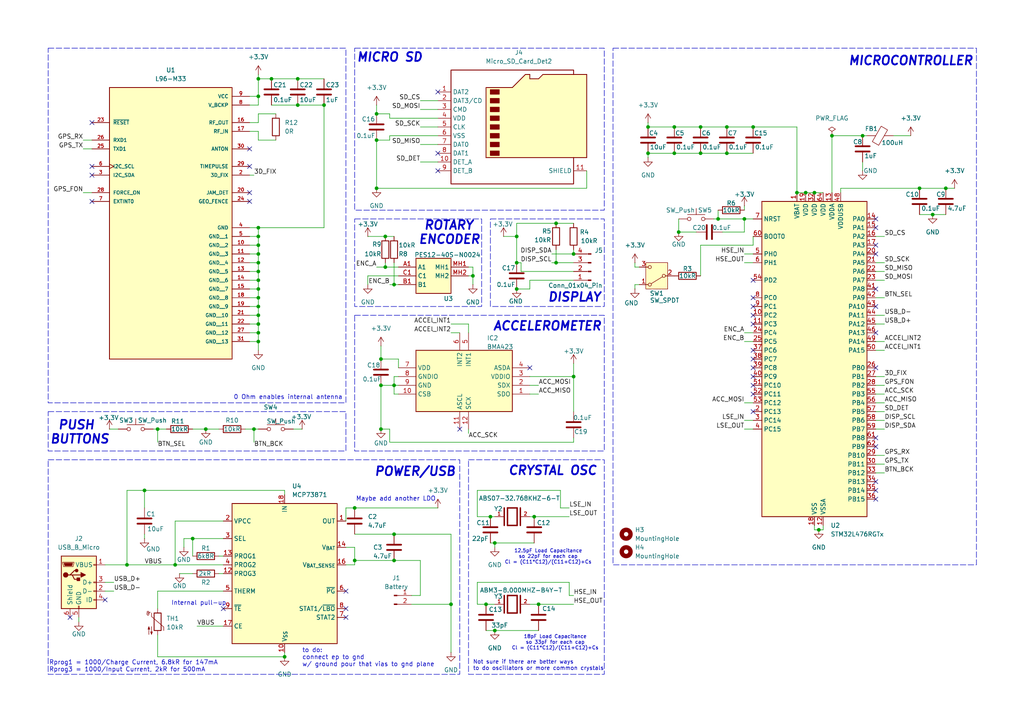
<source format=kicad_sch>
(kicad_sch (version 20250114) (generator "eeschema") (generator_version "9.0")
  (paper "A4")
  (rectangle (start 177.8 13.97) (end 283.21 163.83) (stroke (width 0) (type dash)))
  (rectangle (start 102.87 63.5) (end 139.7 88.9) (stroke (width 0) (type dash)))
  (rectangle (start 102.87 91.44) (end 175.26 130.81) (stroke (width 0) (type dash)))
  (rectangle (start 142.24 63.5) (end 175.26 88.9) (stroke (width 0) (type dash)))
  (rectangle (start 13.97 13.97) (end 100.33 116.84) (stroke (width 0) (type dash)))
  (rectangle (start 13.97 119.38) (end 100.33 130.81) (stroke (width 0) (type dash)))
  (rectangle (start 13.97 133.35) (end 133.35 195.58) (stroke (width 0) (type dash)))
  (rectangle (start 135.89 133.35) (end 175.26 195.58) (stroke (width 0) (type dash)))
  (rectangle (start 102.87 13.97) (end 175.26 60.96) (stroke (width 0) (type dash)))
  (text "MICRO SD" (at 113.03 16.764 0) (effects (font (size 2.54 2.54) (thickness 0.508) (bold yes) (italic yes))))
  (text "18pF Load Capacitance\nso 33pF for each cap\nCl = (C11*C12)/(C11+C12)+Cs" (at 161.036 186.436 0) (effects (font (size 1.016 1.016))))
  (text "ROTARY \nENCODER" (at 139.446 67.564 0) (effects (font (size 2.54 2.54) (thickness 0.508) (bold yes) (italic yes)) (justify right)))
  (text "CRYSTAL OSC" (at 160.274 136.652 0) (effects (font (size 2.54 2.54) (thickness 0.508) (bold yes) (italic yes))))
  (text "0 Ohm enables internal antenna" (at 83.566 115.316 0) (effects (font (size 1.27 1.27))))
  (text "POWER/USB\n" (at 120.396 136.906 0) (effects (font (size 2.54 2.54) (thickness 0.508) (bold yes) (italic yes))))
  (text "12.5pF Load Capacitance\nso 22pF for each cap\nCl = (C11*C12)/(C11+C12)+Cs" (at 159.004 161.544 0) (effects (font (size 1.016 1.016))))
  (text "DISPLAY" (at 166.624 86.36 0) (effects (font (size 2.54 2.54) (thickness 0.508) (bold yes) (italic yes))))
  (text "Internal pull-up" (at 57.658 175.006 0) (effects (font (size 1.27 1.27))))
  (text "Rprog1 = 1000/Charge Current, 6.8kR for 147mA\nRprog3 = 1000/Input Current, 2kR for 500mA" (at 14.224 193.294 0) (effects (font (size 1.27 1.27)) (justify left)))
  (text "PUSH \nBUTTONS" (at 23.114 125.476 0) (effects (font (size 2.54 2.54) (thickness 0.508) (bold yes) (italic yes))))
  (text "MICROCONTROLLER" (at 264.16 17.78 0) (effects (font (size 2.54 2.54) (thickness 0.508) (bold yes) (italic yes))))
  (text "to do:\nconnect ep to gnd \nw/ ground pour that vias to gnd plane" (at 87.63 193.548 0) (effects (font (size 1.27 1.27)) (justify left bottom)))
  (text "Not sure if there are better ways \nto do oscillators or more common crystals" (at 137.16 193.04 0) (effects (font (size 1.143 1.143)) (justify left)))
  (text "ACCELEROMETER\n" (at 158.75 94.742 0) (effects (font (size 2.54 2.54) (thickness 0.508) (bold yes) (italic yes))))
  (text "Maybe add another LDO" (at 114.808 144.78 0) (effects (font (size 1.27 1.27) (thickness 0.1588))))
  (junction (at 110.49 124.46))
  (junction (at 74.93 68.58))
  (junction (at 142.24 149.86))
  (junction (at 241.3 39.37))
  (junction (at 86.36 30.48))
  (junction (at 93.98 30.48))
  (junction (at 208.28 63.5))
  (junction (at 110.49 104.14))
  (junction (at 73.66 124.46))
  (junction (at 114.3 154.94))
  (junction (at 149.86 83.82))
  (junction (at 74.93 81.28))
  (junction (at 210.82 44.45))
  (junction (at 55.88 156.21))
  (junction (at 82.55 190.5))
  (junction (at 161.29 76.2))
  (junction (at 137.16 80.01))
  (junction (at 166.37 73.66))
  (junction (at 74.93 93.98))
  (junction (at 274.32 54.61))
  (junction (at 203.2 44.45))
  (junction (at 78.74 22.86))
  (junction (at 195.58 44.45))
  (junction (at 210.82 36.83))
  (junction (at 74.93 96.52))
  (junction (at 74.93 91.44))
  (junction (at 74.93 73.66))
  (junction (at 50.8 163.83))
  (junction (at 109.22 33.02))
  (junction (at 41.91 142.24))
  (junction (at 250.19 39.37))
  (junction (at 111.76 77.47))
  (junction (at 140.97 175.26))
  (junction (at 203.2 36.83))
  (junction (at 270.51 62.23))
  (junction (at 74.93 86.36))
  (junction (at 166.37 109.22))
  (junction (at 218.44 36.83))
  (junction (at 236.22 55.88))
  (junction (at 195.58 36.83))
  (junction (at 45.72 124.46))
  (junction (at 74.93 71.12))
  (junction (at 231.14 55.88))
  (junction (at 215.9 63.5))
  (junction (at 154.94 149.86))
  (junction (at 74.93 76.2))
  (junction (at 74.93 66.04))
  (junction (at 74.93 83.82))
  (junction (at 59.69 124.46))
  (junction (at 74.93 22.86))
  (junction (at 187.96 36.83))
  (junction (at 74.93 88.9))
  (junction (at 233.68 55.88))
  (junction (at 109.22 54.61))
  (junction (at 102.87 147.32))
  (junction (at 74.93 99.06))
  (junction (at 86.36 22.86))
  (junction (at 102.87 162.56))
  (junction (at 196.85 67.31))
  (junction (at 149.86 76.2))
  (junction (at 237.49 153.67))
  (junction (at 111.76 68.58))
  (junction (at 187.96 44.45))
  (junction (at 149.86 68.58))
  (junction (at 114.3 162.56))
  (junction (at 130.81 175.26))
  (junction (at 143.51 157.48))
  (junction (at 110.49 111.76))
  (junction (at 109.22 40.64))
  (junction (at 74.93 78.74))
  (junction (at 143.51 182.88))
  (junction (at 114.3 111.76))
  (junction (at 266.7 54.61))
  (junction (at 161.29 64.77))
  (junction (at 36.83 163.83))
  (junction (at 114.3 82.55))
  (junction (at 156.21 175.26))
  (junction (at 74.93 27.94))
  (no_connect (at 218.44 104.14))
  (no_connect (at 218.44 111.76))
  (no_connect (at 133.35 124.46))
  (no_connect (at 254 71.12))
  (no_connect (at 254 66.04))
  (no_connect (at 218.44 91.44))
  (no_connect (at 100.33 176.53))
  (no_connect (at 153.67 106.68))
  (no_connect (at 218.44 109.22))
  (no_connect (at 254 139.7))
  (no_connect (at 218.44 86.36))
  (no_connect (at 26.67 35.56))
  (no_connect (at 100.33 179.07))
  (no_connect (at 72.39 58.42))
  (no_connect (at 218.44 81.28))
  (no_connect (at 218.44 88.9))
  (no_connect (at 72.39 43.18))
  (no_connect (at 218.44 114.3))
  (no_connect (at 26.67 48.26))
  (no_connect (at 20.32 179.07))
  (no_connect (at 254 96.52))
  (no_connect (at 254 127))
  (no_connect (at 254 142.24))
  (no_connect (at 127 44.45))
  (no_connect (at 254 83.82))
  (no_connect (at 218.44 101.6))
  (no_connect (at 254 73.66))
  (no_connect (at 254 144.78))
  (no_connect (at 127 49.53))
  (no_connect (at 254 129.54))
  (no_connect (at 26.67 50.8))
  (no_connect (at 218.44 119.38))
  (no_connect (at 100.33 171.45))
  (no_connect (at 72.39 55.88))
  (no_connect (at 26.67 58.42))
  (no_connect (at 218.44 106.68))
  (no_connect (at 218.44 93.98))
  (no_connect (at 64.77 176.53))
  (no_connect (at 254 106.68))
  (no_connect (at 127 26.67))
  (no_connect (at 72.39 48.26))
  (no_connect (at 254 88.9))
  (no_connect (at 30.48 173.99))
  (no_connect (at 254 63.5))
  (wire (pts (xy 215.9 73.66) (xy 218.44 73.66)))
  (wire (pts (xy 113.03 82.55) (xy 114.3 82.55)))
  (wire (pts (xy 196.85 63.5) (xy 196.85 67.31)))
  (wire (pts (xy 161.29 76.2) (xy 166.37 76.2)))
  (wire (pts (xy 100.33 147.32) (xy 102.87 147.32)))
  (wire (pts (xy 44.45 124.46) (xy 45.72 124.46)))
  (wire (pts (xy 111.76 76.2) (xy 111.76 77.47)))
  (wire (pts (xy 72.39 88.9) (xy 74.93 88.9)))
  (wire (pts (xy 121.92 41.91) (xy 127 41.91)))
  (wire (pts (xy 256.54 86.36) (xy 254 86.36)))
  (wire (pts (xy 215.9 67.31) (xy 215.9 63.5)))
  (wire (pts (xy 195.58 44.45) (xy 203.2 44.45)))
  (wire (pts (xy 196.85 67.31) (xy 201.93 67.31)))
  (wire (pts (xy 162.56 147.32) (xy 162.56 142.24)))
  (wire (pts (xy 45.72 184.15) (xy 45.72 190.5)))
  (wire (pts (xy 72.39 99.06) (xy 74.93 99.06)))
  (wire (pts (xy 73.66 124.46) (xy 73.66 128.27)))
  (wire (pts (xy 256.54 116.84) (xy 254 116.84)))
  (wire (pts (xy 243.84 54.61) (xy 243.84 55.88)))
  (wire (pts (xy 72.39 96.52) (xy 74.93 96.52)))
  (wire (pts (xy 250.19 39.37) (xy 251.46 39.37)))
  (wire (pts (xy 259.08 39.37) (xy 264.16 39.37)))
  (wire (pts (xy 57.15 181.61) (xy 64.77 181.61)))
  (wire (pts (xy 111.76 68.58) (xy 114.3 68.58)))
  (wire (pts (xy 256.54 109.22) (xy 254 109.22)))
  (wire (pts (xy 72.39 71.12) (xy 74.93 71.12)))
  (wire (pts (xy 166.37 72.39) (xy 166.37 73.66)))
  (wire (pts (xy 256.54 121.92) (xy 254 121.92)))
  (wire (pts (xy 256.54 124.46) (xy 254 124.46)))
  (wire (pts (xy 154.94 149.86) (xy 165.1 149.86)))
  (wire (pts (xy 24.13 55.88) (xy 26.67 55.88)))
  (wire (pts (xy 266.7 62.23) (xy 270.51 62.23)))
  (wire (pts (xy 195.58 36.83) (xy 203.2 36.83)))
  (wire (pts (xy 114.3 109.22) (xy 115.57 109.22)))
  (wire (pts (xy 166.37 128.27) (xy 113.03 128.27)))
  (wire (pts (xy 78.74 30.48) (xy 86.36 30.48)))
  (wire (pts (xy 187.96 44.45) (xy 195.58 44.45)))
  (wire (pts (xy 41.91 142.24) (xy 82.55 142.24)))
  (wire (pts (xy 256.54 81.28) (xy 254 81.28)))
  (wire (pts (xy 24.13 43.18) (xy 26.67 43.18)))
  (wire (pts (xy 149.86 68.58) (xy 149.86 76.2)))
  (wire (pts (xy 218.44 36.83) (xy 231.14 36.83)))
  (wire (pts (xy 233.68 55.88) (xy 236.22 55.88)))
  (wire (pts (xy 236.22 152.4) (xy 236.22 153.67)))
  (wire (pts (xy 135.89 125.73) (xy 135.89 124.46)))
  (wire (pts (xy 22.86 179.07) (xy 22.86 180.34)))
  (wire (pts (xy 33.02 171.45) (xy 30.48 171.45)))
  (wire (pts (xy 82.55 142.24) (xy 82.55 143.51)))
  (wire (pts (xy 115.57 104.14) (xy 115.57 106.68)))
  (wire (pts (xy 166.37 81.28) (xy 153.67 81.28)))
  (wire (pts (xy 73.66 124.46) (xy 74.93 124.46)))
  (wire (pts (xy 33.02 168.91) (xy 30.48 168.91)))
  (wire (pts (xy 114.3 111.76) (xy 114.3 114.3)))
  (wire (pts (xy 106.68 80.01) (xy 115.57 80.01)))
  (wire (pts (xy 153.67 81.28) (xy 153.67 83.82)))
  (wire (pts (xy 72.39 83.82) (xy 74.93 83.82)))
  (wire (pts (xy 111.76 77.47) (xy 115.57 77.47)))
  (wire (pts (xy 106.68 80.01) (xy 106.68 82.55)))
  (wire (pts (xy 53.34 156.21) (xy 53.34 158.75)))
  (wire (pts (xy 160.02 73.66) (xy 166.37 73.66)))
  (wire (pts (xy 113.03 39.37) (xy 113.03 40.64)))
  (wire (pts (xy 72.39 66.04) (xy 74.93 66.04)))
  (wire (pts (xy 218.44 68.58) (xy 218.44 71.12)))
  (wire (pts (xy 121.92 31.75) (xy 127 31.75)))
  (wire (pts (xy 74.93 66.04) (xy 74.93 68.58)))
  (wire (pts (xy 113.03 33.02) (xy 109.22 33.02)))
  (wire (pts (xy 231.14 55.88) (xy 233.68 55.88)))
  (wire (pts (xy 71.12 124.46) (xy 73.66 124.46)))
  (wire (pts (xy 113.03 40.64) (xy 109.22 40.64)))
  (wire (pts (xy 114.3 82.55) (xy 115.57 82.55)))
  (wire (pts (xy 256.54 101.6) (xy 254 101.6)))
  (wire (pts (xy 102.87 147.32) (xy 127 147.32)))
  (wire (pts (xy 74.93 96.52) (xy 74.93 99.06)))
  (wire (pts (xy 130.81 175.26) (xy 130.81 189.23)))
  (wire (pts (xy 142.24 157.48) (xy 143.51 157.48)))
  (wire (pts (xy 256.54 134.62) (xy 254 134.62)))
  (wire (pts (xy 130.81 96.52) (xy 133.35 96.52)))
  (wire (pts (xy 36.83 163.83) (xy 50.8 163.83)))
  (wire (pts (xy 165.1 172.72) (xy 166.37 172.72)))
  (wire (pts (xy 80.01 33.02) (xy 74.93 33.02)))
  (wire (pts (xy 55.88 156.21) (xy 55.88 161.29)))
  (wire (pts (xy 215.9 99.06) (xy 218.44 99.06)))
  (wire (pts (xy 86.36 30.48) (xy 93.98 30.48)))
  (wire (pts (xy 85.09 124.46) (xy 87.63 124.46)))
  (wire (pts (xy 156.21 175.26) (xy 166.37 175.26)))
  (wire (pts (xy 256.54 78.74) (xy 254 78.74)))
  (wire (pts (xy 236.22 55.88) (xy 238.76 55.88)))
  (wire (pts (xy 121.92 162.56) (xy 121.92 172.72)))
  (wire (pts (xy 208.28 63.5) (xy 215.9 63.5)))
  (wire (pts (xy 274.32 54.61) (xy 276.86 54.61)))
  (wire (pts (xy 238.76 153.67) (xy 237.49 153.67)))
  (wire (pts (xy 170.18 54.61) (xy 170.18 49.53)))
  (wire (pts (xy 121.92 36.83) (xy 127 36.83)))
  (wire (pts (xy 256.54 111.76) (xy 254 111.76)))
  (wire (pts (xy 151.13 78.74) (xy 151.13 76.2)))
  (wire (pts (xy 153.67 175.26) (xy 156.21 175.26)))
  (wire (pts (xy 210.82 44.45) (xy 218.44 44.45)))
  (wire (pts (xy 121.92 29.21) (xy 127 29.21)))
  (wire (pts (xy 153.67 83.82) (xy 149.86 83.82)))
  (wire (pts (xy 100.33 147.32) (xy 100.33 151.13)))
  (wire (pts (xy 102.87 154.94) (xy 114.3 154.94)))
  (wire (pts (xy 114.3 76.2) (xy 114.3 82.55)))
  (wire (pts (xy 109.22 77.47) (xy 111.76 77.47)))
  (wire (pts (xy 113.03 128.27) (xy 113.03 124.46)))
  (wire (pts (xy 256.54 119.38) (xy 254 119.38)))
  (wire (pts (xy 109.22 40.64) (xy 109.22 54.61)))
  (wire (pts (xy 135.89 93.98) (xy 130.81 93.98)))
  (wire (pts (xy 102.87 162.56) (xy 114.3 162.56)))
  (wire (pts (xy 74.93 71.12) (xy 74.93 73.66)))
  (wire (pts (xy 143.51 182.88) (xy 156.21 182.88)))
  (wire (pts (xy 138.43 175.26) (xy 138.43 168.91)))
  (wire (pts (xy 106.68 68.58) (xy 111.76 68.58)))
  (wire (pts (xy 74.93 21.59) (xy 74.93 22.86)))
  (wire (pts (xy 113.03 34.29) (xy 127 34.29)))
  (wire (pts (xy 114.3 109.22) (xy 114.3 111.76)))
  (wire (pts (xy 45.72 171.45) (xy 45.72 176.53)))
  (wire (pts (xy 256.54 114.3) (xy 254 114.3)))
  (wire (pts (xy 74.93 88.9) (xy 74.93 91.44)))
  (wire (pts (xy 187.96 36.83) (xy 195.58 36.83)))
  (wire (pts (xy 209.55 67.31) (xy 215.9 67.31)))
  (wire (pts (xy 135.89 96.52) (xy 135.89 93.98)))
  (wire (pts (xy 74.93 22.86) (xy 78.74 22.86)))
  (wire (pts (xy 110.49 100.33) (xy 110.49 104.14)))
  (wire (pts (xy 184.15 77.47) (xy 184.15 76.2)))
  (wire (pts (xy 100.33 158.75) (xy 102.87 158.75)))
  (wire (pts (xy 215.9 124.46) (xy 218.44 124.46)))
  (wire (pts (xy 151.13 78.74) (xy 166.37 78.74)))
  (wire (pts (xy 74.93 78.74) (xy 74.93 81.28)))
  (wire (pts (xy 110.49 104.14) (xy 115.57 104.14)))
  (wire (pts (xy 74.93 73.66) (xy 74.93 76.2)))
  (wire (pts (xy 130.81 154.94) (xy 130.81 175.26)))
  (wire (pts (xy 45.72 190.5) (xy 82.55 190.5)))
  (wire (pts (xy 250.19 46.99) (xy 250.19 49.53)))
  (wire (pts (xy 135.89 80.01) (xy 137.16 80.01)))
  (wire (pts (xy 72.39 78.74) (xy 74.93 78.74)))
  (wire (pts (xy 137.16 80.01) (xy 137.16 77.47)))
  (wire (pts (xy 185.42 82.55) (xy 184.15 82.55)))
  (wire (pts (xy 215.9 59.69) (xy 215.9 60.96)))
  (wire (pts (xy 121.92 172.72) (xy 119.38 172.72)))
  (wire (pts (xy 30.48 163.83) (xy 36.83 163.83)))
  (wire (pts (xy 50.8 151.13) (xy 64.77 151.13)))
  (wire (pts (xy 160.02 76.2) (xy 161.29 76.2)))
  (wire (pts (xy 45.72 171.45) (xy 64.77 171.45)))
  (wire (pts (xy 110.49 124.46) (xy 113.03 124.46)))
  (wire (pts (xy 149.86 68.58) (xy 149.86 64.77)))
  (wire (pts (xy 161.29 72.39) (xy 161.29 76.2)))
  (wire (pts (xy 215.9 76.2) (xy 218.44 76.2)))
  (wire (pts (xy 208.28 60.96) (xy 208.28 63.5)))
  (wire (pts (xy 113.03 34.29) (xy 113.03 33.02)))
  (wire (pts (xy 256.54 132.08) (xy 254 132.08)))
  (wire (pts (xy 140.97 175.26) (xy 138.43 175.26)))
  (wire (pts (xy 72.39 27.94) (xy 74.93 27.94)))
  (wire (pts (xy 236.22 153.67) (xy 237.49 153.67)))
  (wire (pts (xy 109.22 54.61) (xy 170.18 54.61)))
  (wire (pts (xy 256.54 91.44) (xy 254 91.44)))
  (wire (pts (xy 52.07 166.37) (xy 55.88 166.37)))
  (wire (pts (xy 74.93 83.82) (xy 74.93 86.36)))
  (wire (pts (xy 73.66 50.8) (xy 72.39 50.8)))
  (wire (pts (xy 162.56 142.24) (xy 138.43 142.24)))
  (wire (pts (xy 114.3 111.76) (xy 115.57 111.76)))
  (wire (pts (xy 86.36 22.86) (xy 93.98 22.86)))
  (wire (pts (xy 243.84 54.61) (xy 266.7 54.61)))
  (wire (pts (xy 93.98 66.04) (xy 93.98 30.48)))
  (wire (pts (xy 114.3 154.94) (xy 130.81 154.94)))
  (wire (pts (xy 64.77 163.83) (xy 50.8 163.83)))
  (wire (pts (xy 185.42 77.47) (xy 184.15 77.47)))
  (wire (pts (xy 270.51 62.23) (xy 274.32 62.23)))
  (wire (pts (xy 156.21 111.76) (xy 153.67 111.76)))
  (wire (pts (xy 63.5 161.29) (xy 64.77 161.29)))
  (wire (pts (xy 142.24 149.86) (xy 143.51 149.86)))
  (wire (pts (xy 74.93 93.98) (xy 74.93 96.52)))
  (wire (pts (xy 72.39 30.48) (xy 74.93 30.48)))
  (wire (pts (xy 74.93 40.64) (xy 80.01 40.64)))
  (wire (pts (xy 110.49 111.76) (xy 114.3 111.76)))
  (wire (pts (xy 143.51 158.75) (xy 143.51 157.48)))
  (wire (pts (xy 140.97 182.88) (xy 143.51 182.88)))
  (wire (pts (xy 102.87 162.56) (xy 102.87 163.83)))
  (wire (pts (xy 153.67 149.86) (xy 154.94 149.86)))
  (wire (pts (xy 72.39 93.98) (xy 74.93 93.98)))
  (wire (pts (xy 140.97 175.26) (xy 143.51 175.26)))
  (wire (pts (xy 256.54 137.16) (xy 254 137.16)))
  (wire (pts (xy 256.54 68.58) (xy 254 68.58)))
  (wire (pts (xy 41.91 142.24) (xy 36.83 142.24)))
  (wire (pts (xy 207.01 63.5) (xy 208.28 63.5)))
  (wire (pts (xy 78.74 22.86) (xy 86.36 22.86)))
  (wire (pts (xy 153.67 114.3) (xy 156.21 114.3)))
  (wire (pts (xy 187.96 35.56) (xy 187.96 36.83)))
  (wire (pts (xy 114.3 162.56) (xy 121.92 162.56)))
  (wire (pts (xy 45.72 128.27) (xy 45.72 124.46)))
  (wire (pts (xy 165.1 147.32) (xy 162.56 147.32)))
  (wire (pts (xy 215.9 116.84) (xy 218.44 116.84)))
  (wire (pts (xy 203.2 36.83) (xy 210.82 36.83)))
  (wire (pts (xy 113.03 39.37) (xy 127 39.37)))
  (wire (pts (xy 74.93 35.56) (xy 72.39 35.56)))
  (wire (pts (xy 102.87 158.75) (xy 102.87 162.56)))
  (wire (pts (xy 109.22 30.48) (xy 109.22 33.02)))
  (wire (pts (xy 74.93 38.1) (xy 74.93 40.64)))
  (wire (pts (xy 41.91 156.21) (xy 41.91 154.94)))
  (wire (pts (xy 74.93 66.04) (xy 93.98 66.04)))
  (wire (pts (xy 203.2 71.12) (xy 203.2 80.01)))
  (wire (pts (xy 210.82 36.83) (xy 218.44 36.83)))
  (wire (pts (xy 166.37 119.38) (xy 166.37 109.22)))
  (wire (pts (xy 102.87 163.83) (xy 100.33 163.83)))
  (wire (pts (xy 72.39 68.58) (xy 74.93 68.58)))
  (wire (pts (xy 153.67 109.22) (xy 166.37 109.22)))
  (wire (pts (xy 59.69 124.46) (xy 63.5 124.46)))
  (wire (pts (xy 241.3 39.37) (xy 241.3 55.88)))
  (wire (pts (xy 55.88 156.21) (xy 64.77 156.21)))
  (wire (pts (xy 203.2 71.12) (xy 218.44 71.12)))
  (wire (pts (xy 63.5 166.37) (xy 64.77 166.37)))
  (wire (pts (xy 74.93 27.94) (xy 74.93 30.48)))
  (wire (pts (xy 72.39 76.2) (xy 74.93 76.2)))
  (wire (pts (xy 151.13 76.2) (xy 149.86 76.2)))
  (wire (pts (xy 166.37 105.41) (xy 166.37 109.22)))
  (wire (pts (xy 138.43 149.86) (xy 138.43 142.24)))
  (wire (pts (xy 149.86 64.77) (xy 161.29 64.77)))
  (wire (pts (xy 53.34 156.21) (xy 55.88 156.21)))
  (wire (pts (xy 238.76 152.4) (xy 238.76 153.67)))
  (wire (pts (xy 215.9 63.5) (xy 218.44 63.5)))
  (wire (pts (xy 72.39 38.1) (xy 74.93 38.1)))
  (wire (pts (xy 187.96 44.45) (xy 187.96 45.72)))
  (wire (pts (xy 74.93 22.86) (xy 74.93 27.94)))
  (wire (pts (xy 82.55 189.23) (xy 82.55 190.5)))
  (wire (pts (xy 72.39 91.44) (xy 74.93 91.44)))
  (wire (pts (xy 110.49 124.46) (xy 110.49 111.76)))
  (wire (pts (xy 231.14 36.83) (xy 231.14 55.88)))
  (wire (pts (xy 203.2 44.45) (xy 210.82 44.45)))
  (wire (pts (xy 165.1 168.91) (xy 165.1 172.72)))
  (wire (pts (xy 74.93 99.06) (xy 74.93 101.6)))
  (wire (pts (xy 74.93 91.44) (xy 74.93 93.98)))
  (wire (pts (xy 119.38 175.26) (xy 130.81 175.26)))
  (wire (pts (xy 74.93 33.02) (xy 74.93 35.56)))
  (wire (pts (xy 137.16 77.47) (xy 135.89 77.47)))
  (wire (pts (xy 74.93 68.58) (xy 74.93 71.12)))
  (wire (pts (xy 24.13 40.64) (xy 26.67 40.64)))
  (wire (pts (xy 241.3 39.37) (xy 250.19 39.37)))
  (wire (pts (xy 215.9 121.92) (xy 218.44 121.92)))
  (wire (pts (xy 74.93 76.2) (xy 74.93 78.74)))
  (wire (pts (xy 74.93 81.28) (xy 74.93 83.82)))
  (wire (pts (xy 143.51 157.48) (xy 154.94 157.48)))
  (wire (pts (xy 161.29 64.77) (xy 166.37 64.77)))
  (wire (pts (xy 48.26 124.46) (xy 45.72 124.46)))
  (wire (pts (xy 55.88 124.46) (xy 59.69 124.46)))
  (wire (pts (xy 256.54 99.06) (xy 254 99.06)))
  (wire (pts (xy 215.9 96.52) (xy 218.44 96.52)))
  (wire (pts (xy 266.7 54.61) (xy 274.32 54.61)))
  (wire (pts (xy 36.83 142.24) (xy 36.83 163.83)))
  (wire (pts (xy 256.54 93.98) (xy 254 93.98)))
  (wire (pts (xy 256.54 76.2) (xy 254 76.2)))
  (wire (pts (xy 31.75 124.46) (xy 34.29 124.46)))
  (wire (pts (xy 72.39 81.28) (xy 74.93 81.28)))
  (wire (pts (xy 41.91 142.24) (xy 41.91 147.32)))
  (wire (pts (xy 114.3 114.3) (xy 115.57 114.3)))
  (wire (pts (xy 72.39 86.36) (xy 74.93 86.36)))
  (wire (pts (xy 121.92 46.99) (xy 127 46.99)))
  (wire (pts (xy 146.05 68.58) (xy 149.86 68.58)))
  (wire (pts (xy 184.15 82.55) (xy 184.15 83.82)))
  (wire (pts (xy 137.16 82.55) (xy 137.16 80.01)))
  (wire (pts (xy 166.37 127) (xy 166.37 128.27)))
  (wire (pts (xy 74.93 86.36) (xy 74.93 88.9)))
  (wire (pts (xy 50.8 163.83) (xy 50.8 151.13)))
  (wire (pts (xy 138.43 149.86) (xy 142.24 149.86)))
  (wire (pts (xy 72.39 73.66) (xy 74.93 73.66)))
  (wire (pts (xy 138.43 168.91) (xy 165.1 168.91)))
  (label "ACCEl_INT2" (at 130.81 96.52 180))
  (label "USB_D+" (at 33.02 168.91 0))
  (label "SD_MISO" (at 256.54 78.74 0))
  (label "GPS_TX" (at 256.54 134.62 0))
  (label "ACC_SCK" (at 135.89 125.73 0))
  (label "SD_SCK" (at 121.92 36.83 180))
  (label "GPS_RX" (at 256.54 132.08 0))
  (label "VBUS" (at 57.15 181.61 0))
  (label "LSE_IN" (at 165.1 147.32 0))
  (label "SD_DET" (at 121.92 46.99 180))
  (label "BTN_SEL" (at 256.54 86.36 0))
  (label "GPS_RX" (at 24.13 40.64 180))
  (label "SD_DET" (at 256.54 119.38 0))
  (label "SD_MOSI" (at 256.54 81.28 0))
  (label "ENC_B" (at 215.9 99.06 180))
  (label "DISP_SDA" (at 256.54 124.46 0))
  (label "3D_FIX" (at 256.54 109.22 0))
  (label "USB_D-" (at 33.02 171.45 0))
  (label "ENC_A" (at 109.22 77.47 180))
  (label "LSE_OUT" (at 165.1 149.86 0))
  (label "HSE_IN" (at 166.37 172.72 0))
  (label "LSE_IN" (at 215.9 121.92 180))
  (label "ACC_MISO" (at 156.21 114.3 0))
  (label "LSE_OUT" (at 215.9 124.46 180))
  (label "GPS_FON" (at 256.54 111.76 0))
  (label "SD_CS" (at 256.54 68.58 0))
  (label "BTN_SEL" (at 45.72 128.27 0))
  (label "SD_MOSI" (at 121.92 31.75 180))
  (label "ACC_SCK" (at 256.54 114.3 0))
  (label "USB_D-" (at 256.54 91.44 0))
  (label "ACCEl_INT1" (at 256.54 101.6 0))
  (label "ACC_MOSI" (at 215.9 116.84 180))
  (label "HSE_OUT" (at 166.37 175.26 0))
  (label "ACCEl_INT1" (at 130.81 93.98 180))
  (label "BTN_BCK" (at 73.66 128.27 0))
  (label "ACC_MOSI" (at 156.21 111.76 0))
  (label "DISP_SCL" (at 160.02 76.2 180))
  (label "BTN_BCK" (at 256.54 137.16 0))
  (label "HSE_OUT" (at 215.9 76.2 180))
  (label "USB_D+" (at 256.54 93.98 0))
  (label "DISP_SCL" (at 256.54 121.92 0))
  (label "SD_CS" (at 121.92 29.21 180))
  (label "VBUS" (at 41.91 163.83 0))
  (label "3D_FIX" (at 73.66 50.8 0))
  (label "ENC_A" (at 215.9 96.52 180))
  (label "ACCEl_INT2" (at 256.54 99.06 0))
  (label "DISP_SDA" (at 160.02 73.66 180))
  (label "ACC_MISO" (at 256.54 116.84 0))
  (label "GPS_TX" (at 24.13 43.18 180))
  (label "GPS_FON" (at 24.13 55.88 180))
  (label "HSE_IN" (at 215.9 73.66 180))
  (label "SD_SCK" (at 256.54 76.2 0))
  (label "ENC_B" (at 113.03 82.55 180))
  (label "SD_MISO" (at 121.92 41.91 180))
  (symbol (lib_id "power:+3.3V") (at 276.86 54.61 0) (unit 1)
    (property "Reference" "#PWR010" (effects (hide yes)))
    (property "Value" "+3.3V" (at 276.86 49.53 0))
    (property "Description" "Power symbol creates a global label with name \"+3.3V\"" (effects (hide yes)))
  )
  (symbol (lib_id "Device:C") (at 203.2 40.64 0) (unit 1)
    (property "Reference" "C6" (at 203.454 38.608 0) (effects (justify left)))
    (property "Value" "0.1uF" (at 203.708 42.672 0) (effects (justify left)))
    (property "Footprint" "Capacitor_SMD:C_0402_1005Metric" (effects (hide yes)))
    (property "Description" "Unpolarized capacitor" (effects (hide yes)))
  )
  (symbol (lib_id "Device:R") (at 161.29 68.58 0) (unit 1)
    (property "Reference" "R5" (at 157.226 67.056 0) (effects (justify left)))
    (property "Value" "10kR" (at 154.94 69.596 0) (effects (justify left)))
    (property "Footprint" "Resistor_SMD:R_0402_1005Metric" (effects (hide yes)))
    (property "Description" "Resistor" (effects (hide yes)))
  )
  (symbol (lib_id "Device:R") (at 199.39 80.01 90) (unit 1)
    (property "Reference" "R3" (at 199.39 77.978 90))
    (property "Value" "10kR" (at 199.39 80.01 90))
    (property "Footprint" "Resistor_SMD:R_0402_1005Metric" (effects (hide yes)))
    (property "Description" "Resistor" (effects (hide yes)))
  )
  (symbol (lib_id "Device:C") (at 114.3 158.75 0) (unit 1)
    (property "Reference" "C3" (at 108.204 158.75 0) (effects (justify left)))
    (property "Value" "4.7uF" (at 108.204 161.29 0) (effects (justify left)))
    (property "Footprint" "Capacitor_SMD:C_0603_1608Metric" (effects (hide yes)))
    (property "Description" "Unpolarized capacitor" (effects (hide yes)))
  )
  (symbol (lib_id "power:GND") (at 149.86 83.82 0) (unit 1)
    (property "Reference" "#PWR022" (effects (hide yes)))
    (property "Value" "GND" (at 149.606 87.376 0))
    (property "Description" "Power symbol creates a global label with name \"GND\" , ground" (effects (hide yes)))
  )
  (symbol (lib_id "power:+3.3V") (at 74.93 21.59 0) (unit 1)
    (property "Reference" "#PWR031" (effects (hide yes)))
    (property "Value" "+3.3V" (at 74.93 16.51 0))
    (property "Description" "Power symbol creates a global label with name \"+3.3V\"" (effects (hide yes)))
  )
  (symbol (lib_id "Device:C") (at 195.58 40.64 0) (unit 1)
    (property "Reference" "C5" (at 195.834 38.608 0) (effects (justify left)))
    (property "Value" "0.1uF" (at 196.088 42.672 0) (effects (justify left)))
    (property "Footprint" "Capacitor_SMD:C_0402_1005Metric" (effects (hide yes)))
    (property "Description" "Unpolarized capacitor" (effects (hide yes)))
  )
  (symbol (lib_id "power:+3.3V") (at 106.68 68.58 0) (unit 1)
    (property "Reference" "#PWR025" (effects (hide yes)))
    (property "Value" "+3.3V" (at 106.68 65.024 0))
    (property "Description" "Power symbol creates a global label with name \"+3.3V\"" (effects (hide yes)))
  )
  (symbol (lib_id "Device:R") (at 59.69 161.29 90) (unit 1)
    (property "Reference" "R1" (at 59.69 159.004 90))
    (property "Value" "6k8R" (at 59.69 161.29 90))
    (property "Footprint" "Resistor_SMD:R_0402_1005Metric" (effects (hide yes)))
    (property "Description" "Resistor" (effects (hide yes)))
  )
  (symbol (lib_id "Connector:USB_B_Micro") (at 22.86 168.91 0) (unit 1)
    (property "Reference" "J2" (at 22.86 156.21 0))
    (property "Value" "USB_B_Micro" (at 22.86 158.75 0))
    (property "Footprint" "Connector_USB:USB_Micro-B_Molex-105133-0001" (effects (hide yes)))
    (property "Description" "USB Micro Type B connector" (effects (hide yes)))
  )
  (symbol (lib_id "power:GND") (at 137.16 82.55 0) (unit 1)
    (property "Reference" "#PWR035" (effects (hide yes)))
    (property "Value" "GND" (at 137.16 87.63 0))
    (property "Description" "Power symbol creates a global label with name \"GND\" , ground" (effects (hide yes)))
  )
  (symbol (lib_id "Connector:Conn_01x04_Pin") (at 171.45 78.74 180) (unit 1)
    (property "Reference" "J5" (at 172.466 72.644 0) (effects (justify right)))
    (property "Value" "Conn_01x04_Pin" (at 159.004 82.804 0) (effects (justify right)))
    (property "Footprint" "Connector_PinHeader_2.54mm:PinHeader_1x04_P2.54mm_Vertical" (effects (hide yes)))
    (property "Description" "Generic connector, single row, 01x04, script generated" (effects (hide yes)))
  )
  (symbol (lib_id "Device:R") (at 59.69 166.37 90) (unit 1)
    (property "Reference" "R2" (at 59.69 168.91 90))
    (property "Value" "2kR" (at 59.436 166.37 90))
    (property "Footprint" "Resistor_SMD:R_0402_1005Metric" (effects (hide yes)))
    (property "Description" "Resistor" (effects (hide yes)))
  )
  (symbol (lib_id "power:+3.3V") (at 215.9 59.69 0) (unit 1)
    (property "Reference" "#PWR029" (effects (hide yes)))
    (property "Value" "+3.3V" (at 215.9 56.388 0))
    (property "Description" "Power symbol creates a global label with name \"+3.3V\"" (effects (hide yes)))
  )
  (symbol (lib_id "power:GND") (at 237.49 153.67 0) (unit 1)
    (property "Reference" "#PWR017" (effects (hide yes)))
    (property "Value" "GND" (at 237.49 158.75 0))
    (property "Description" "Power symbol creates a global label with name \"GND\" , ground" (effects (hide yes)))
  )
  (symbol (lib_id "Battery_Management:MCP73871") (at 82.55 166.37 0) (unit 1)
    (property "Reference" "U4" (at 84.6933 140.97 0) (effects (justify left)))
    (property "Value" "MCP73871" (at 84.6933 143.51 0) (effects (justify left)))
    (property "Footprint" "Package_DFN_QFN:QFN-20-1EP_4x4mm_P0.5mm_EP2.5x2.5mm" (effects (hide yes)))
    (property "Datasheet" "http://www.mouser.com/ds/2/268/22090a-52174.pdf" (effects (hide yes)))
    (property "Description" "Single cell, Li-Ion/Li-Po charge management controller" (effects (hide yes)))
  )
  (symbol (lib_id "power:GND") (at 52.07 166.37 0) (unit 1)
    (property "Reference" "#PWR05" (effects (hide yes)))
    (property "Value" "GND" (at 52.07 169.926 0))
    (property "Description" "Power symbol creates a global label with name \"GND\" , ground" (effects (hide yes)))
  )
  (symbol (lib_id "power:GND") (at 109.22 54.61 0) (unit 1)
    (property "Reference" "#PWR019" (effects (hide yes)))
    (property "Value" "GND" (at 109.22 59.69 0))
    (property "Description" "Power symbol creates a global label with name \"GND\" , ground" (effects (hide yes)))
  )
  (symbol (lib_id "power:GND") (at 110.49 124.46 0) (unit 1)
    (property "Reference" "#PWR024" (effects (hide yes)))
    (property "Value" "GND" (at 110.49 128.524 0))
    (property "Description" "Power symbol creates a global label with name \"GND\" , ground" (effects (hide yes)))
  )
  (symbol (lib_id "power:+3.3V") (at 31.75 124.46 0) (unit 1)
    (property "Reference" "#PWR026" (effects (hide yes)))
    (property "Value" "+3.3V" (at 31.496 121.158 0))
    (property "Description" "Power symbol creates a global label with name \"+3.3V\"" (effects (hide yes)))
  )
  (symbol (lib_id "Device:C") (at 109.22 36.83 0) (unit 1)
    (property "Reference" "C16" (at 104.902 34.544 0) (effects (justify left)))
    (property "Value" "0.1uF" (at 103.378 39.37 0) (effects (justify left)))
    (property "Footprint" "Capacitor_SMD:C_0402_1005Metric" (effects (hide yes)))
    (property "Description" "Unpolarized capacitor" (effects (hide yes)))
  )
  (symbol (lib_id "power:GND") (at 74.93 101.6 0) (unit 1)
    (property "Reference" "#PWR030" (effects (hide yes)))
    (property "Value" "GND" (at 74.93 106.68 0))
    (property "Description" "Power symbol creates a global label with name \"GND\" , ground" (effects (hide yes)))
  )
  (symbol (lib_id "Device:FerriteBead") (at 255.27 39.37 90) (unit 1)
    (property "Reference" "FB1" (at 252.73 37.338 90))
    (property "Value" "100uH" (at 258.826 41.402 90))
    (property "Footprint" "Inductor_SMD:L_0603_1608Metric" (effects (hide yes)))
    (property "Description" "Ferrite bead" (effects (hide yes)))
  )
  (symbol (lib_id "Device:C") (at 205.74 67.31 90) (unit 1)
    (property "Reference" "C20" (at 204.724 66.04 90) (effects (justify left)))
    (property "Value" "0.1uF" (at 212.09 66.04 90) (effects (justify left)))
    (property "Footprint" "Capacitor_SMD:C_0402_1005Metric" (effects (hide yes)))
    (property "Description" "Unpolarized capacitor" (effects (hide yes)))
  )
  (symbol (lib_id "BMA423:BMA423") (at 133.35 124.46 90) (unit 1)
    (property "Reference" "IC2" (at 141.224 98.044 90) (effects (justify right)))
    (property "Value" "BMA423" (at 141.224 100.584 90) (effects (justify right)))
    (property "Footprint" "Library:BMA423" (effects (hide yes)))
    (property "Datasheet" "https://www.mouser.com/datasheet/2/783/BST-BMA423-DS000-1509600.pdf" (effects (hide yes)))
    (property "Description" "Accelerometers Triaxial low-g 12bit Acceleration Sensor" (effects (hide yes)))
    (property "Height" "1" (effects (hide yes)))
    (property "Manufacturer_Name" "BOSCH" (effects (hide yes)))
    (property "Manufacturer_Part_Number" "BMA423" (effects (hide yes)))
    (property "Mouser Part Number" "262-BMA423" (effects (hide yes)))
    (property "Mouser Price/Stock" "https://www.mouser.co.uk/ProductDetail/Bosch-Sensortec/BMA423?qs=HXFqYaX1Q2xC%252BSgeGoX3mg%3D%3D" (effects (hide yes)))
    (property "Arrow Part Number" "BMA423" (effects (hide yes)))
    (property "Arrow Price/Stock" "https://www.arrow.com/en/products/bma423/bosch" (effects (hide yes)))
  )
  (symbol (lib_id "power:GND") (at 53.34 158.75 0) (unit 1)
    (property "Reference" "#PWR01" (effects (hide yes)))
    (property "Value" "GND" (at 53.34 162.306 0))
    (property "Description" "Power symbol creates a global label with name \"GND\" , ground" (effects (hide yes)))
  )
  (symbol (lib_id "Device:Thermistor_NTC") (at 45.72 180.34 0) (unit 1)
    (property "Reference" "TH1" (at 48.26 179.3874 0) (effects (justify left)))
    (property "Value" "10kR" (at 48.26 181.9274 0) (effects (justify left)))
    (property "Footprint" "Resistor_SMD:R_0402_1005Metric" (effects (hide yes)))
    (property "Description" "Temperature dependent resistor, negative temperature coefficient" (effects (hide yes)))
  )
  (symbol (lib_id "Mechanical:MountingHole") (at 181.61 154.94 0) (unit 1) (in_bom no)
    (property "Reference" "H3" (at 184.15 153.6699 0) (effects (justify left)))
    (property "Value" "MountingHole" (at 184.15 156.2099 0) (effects (justify left)))
    (property "Footprint" "MountingHole:MountingHole_2.2mm_M2" (effects (hide yes)))
    (property "Description" "Mounting Hole without connection" (effects (hide yes)))
  )
  (symbol (lib_id "power:+3.3V") (at 184.15 76.2 0) (unit 1)
    (property "Reference" "#PWR013" (effects (hide yes)))
    (property "Value" "+3.3V" (at 184.15 71.12 0))
    (property "Description" "Power symbol creates a global label with name \"+3.3V\"" (effects (hide yes)))
  )
  (symbol (lib_id "power:+3.3V") (at 264.16 39.37 0) (unit 1)
    (property "Reference" "#PWR09" (effects (hide yes)))
    (property "Value" "+3.3V" (at 264.16 34.29 0))
    (property "Description" "Power symbol creates a global label with name \"+3.3V\"" (effects (hide yes)))
  )
  (symbol (lib_id "Connector:Conn_01x02_Pin") (at 114.3 172.72 0) (unit 1)
    (property "Reference" "J1" (at 114.935 167.64 0))
    (property "Value" "Battery" (at 114.935 170.18 0))
    (property "Footprint" "Connector_JST:JST_PH_S2B-PH-K_1x02_P2.00mm_Horizontal" (effects (hide yes)))
    (property "Description" "Generic connector, single row, 01x02, script generated" (effects (hide yes)))
  )
  (symbol (lib_id "Device:C") (at 140.97 179.07 0) (unit 1)
    (property "Reference" "C13" (at 141.732 176.784 0) (effects (justify left)))
    (property "Value" "33pF" (at 142.494 181.356 0) (effects (justify left)))
    (property "Footprint" "Capacitor_SMD:C_0402_1005Metric" (effects (hide yes)))
    (property "Description" "Unpolarized capacitor" (effects (hide yes)))
  )
  (symbol (lib_id "Device:C") (at 250.19 43.18 0) (unit 1)
    (property "Reference" "C8" (at 247.396 41.148 0) (effects (justify left)))
    (property "Value" "1uF" (at 250.698 45.212 0) (effects (justify left)))
    (property "Footprint" "Capacitor_SMD:C_0402_1005Metric" (effects (hide yes)))
    (property "Description" "Unpolarized capacitor" (effects (hide yes)))
  )
  (symbol (lib_id "Connector:Micro_SD_Card_Det2") (at 149.86 36.83 0) (unit 1)
    (property "Reference" "J4" (at 150.495 15.24 0))
    (property "Value" "Micro_SD_Card_Det2" (at 150.495 17.78 0))
    (property "Footprint" "Connector_Card:microSD_HC_Hirose_DM3BT-DSF-PEJS" (effects (hide yes)))
    (property "Datasheet" "https://www.hirose.com/en/product/document?clcode=&productname=&series=DM3&documenttype=Catalog&lang=en&documentid=D49662_en" (effects (hide yes)))
    (property "Description" "Micro SD Card Socket with two card detection pins" (effects (hide yes)))
  )
  (symbol (lib_id "Device:C") (at 102.87 151.13 0) (unit 1)
    (property "Reference" "C2" (at 106.68 149.8599 0) (effects (justify left)))
    (property "Value" "4.7uF" (at 106.68 152.3999 0) (effects (justify left)))
    (property "Footprint" "Capacitor_SMD:C_0603_1608Metric" (effects (hide yes)))
    (property "Description" "Unpolarized capacitor" (effects (hide yes)))
  )
  (symbol (lib_id "power:GND") (at 22.86 180.34 0) (unit 1)
    (property "Reference" "#PWR07" (effects (hide yes)))
    (property "Value" "GND" (at 22.86 183.896 0))
    (property "Description" "Power symbol creates a global label with name \"GND\" , ground" (effects (hide yes)))
  )
  (symbol (lib_id "power:+3.3V") (at 166.37 105.41 0) (unit 1)
    (property "Reference" "#PWR033" (effects (hide yes)))
    (property "Value" "+3.3V" (at 166.37 101.854 0))
    (property "Description" "Power symbol creates a global label with name \"+3.3V\"" (effects (hide yes)))
  )
  (symbol (lib_id "Switch:SW_Push") (at 39.37 124.46 0) (unit 1)
    (property "Reference" "SW3" (at 36.576 121.92 0))
    (property "Value" "SW_Push" (at 44.196 121.92 0))
    (property "Footprint" "Button_Switch_SMD:SW_SPST_EVQP7A" (effects (hide yes)))
    (property "Description" "Push button switch, generic, two pins" (effects (hide yes)))
  )
  (symbol (lib_id "Switch:SW_SPDT") (at 190.5 80.01 180) (unit 1)
    (property "Reference" "SW1" (at 190.5 85.09 0))
    (property "Value" "SW_SPDT" (at 192.786 87.122 0))
    (property "Footprint" "Button_Switch_SMD:SW_SPDT_PCM12" (effects (hide yes)))
    (property "Description" "Switch, single pole double throw" (effects (hide yes)))
  )
  (symbol (lib_id "Device:R") (at 114.3 72.39 0) (unit 1)
    (property "Reference" "R8" (at 115.57 73.66 0) (effects (justify left)))
    (property "Value" "10kR" (at 115.57 71.12 0) (effects (justify left)))
    (property "Footprint" "Resistor_SMD:R_0402_1005Metric" (effects (hide yes)))
    (property "Description" "Resistor" (effects (hide yes)))
  )
  (symbol (lib_id "Device:R") (at 67.31 124.46 90) (unit 1)
    (property "Reference" "R10" (at 67.31 121.92 90))
    (property "Value" "10kR" (at 67.31 124.46 90))
    (property "Footprint" "Resistor_SMD:R_0402_1005Metric" (effects (hide yes)))
    (property "Description" "Resistor" (effects (hide yes)))
  )
  (symbol (lib_id "MCU_ST_STM32L4:STM32L476RGTx") (at 236.22 104.14 0) (unit 1)
    (property "Reference" "U2" (at 240.9033 152.4 0) (effects (justify left)))
    (property "Value" "STM32L476RGTx" (at 240.9033 154.94 0) (effects (justify left)))
    (property "Footprint" "Package_QFP:LQFP-64_10x10mm_P0.5mm" (effects (hide yes)))
    (property "Datasheet" "https://www.st.com/resource/en/datasheet/stm32l476rg.pdf" (effects (hide yes)))
    (property "Description" "STMicroelectronics Arm Cortex-M4 MCU, 1024KB flash, 128KB RAM, 80 MHz, 1.71-3.6V, 51 GPIO, LQFP64" (effects (hide yes)))
  )
  (symbol (lib_id "power:GND") (at 82.55 190.5 0) (unit 1)
    (property "Reference" "#PWR02" (effects (hide yes)))
    (property "Value" "GND" (at 82.55 195.58 0))
    (property "Description" "Power symbol creates a global label with name \"GND\" , ground" (effects (hide yes)))
  )
  (symbol (lib_id "Device:C") (at 149.86 80.01 0) (unit 1)
    (property "Reference" "C17" (at 145.542 77.724 0) (effects (justify left)))
    (property "Value" "0.1uF" (at 144.018 82.55 0) (effects (justify left)))
    (property "Footprint" "Capacitor_SMD:C_0402_1005Metric" (effects (hide yes)))
    (property "Description" "Unpolarized capacitor" (effects (hide yes)))
  )
  (symbol (lib_id "Mechanical:MountingHole") (at 181.61 160.02 0) (unit 1) (in_bom no)
    (property "Reference" "H4" (at 184.15 158.7499 0) (effects (justify left)))
    (property "Value" "MountingHole" (at 184.15 161.2899 0) (effects (justify left)))
    (property "Footprint" "MountingHole:MountingHole_2.2mm_M2" (effects (hide yes)))
    (property "Description" "Mounting Hole without connection" (effects (hide yes)))
  )
  (symbol (lib_id "power:GND") (at 184.15 83.82 0) (unit 1)
    (property "Reference" "#PWR018" (effects (hide yes)))
    (property "Value" "GND" (at 183.134 87.884 0))
    (property "Description" "Power symbol creates a global label with name \"GND\" , ground" (effects (hide yes)))
  )
  (symbol (lib_id "Device:C") (at 166.37 123.19 180) (unit 1)
    (property "Reference" "C19" (at 170.434 125.222 0) (effects (justify left)))
    (property "Value" "0.1uF" (at 171.704 121.158 0) (effects (justify left)))
    (property "Footprint" "Capacitor_SMD:C_0402_1005Metric" (effects (hide yes)))
    (property "Description" "Unpolarized capacitor" (effects (hide yes)))
  )
  (symbol (lib_id "Device:R") (at 52.07 124.46 270) (unit 1)
    (property "Reference" "R11" (at 51.562 122.174 90))
    (property "Value" "10kR" (at 52.07 124.46 90))
    (property "Footprint" "Resistor_SMD:R_0402_1005Metric" (effects (hide yes)))
    (property "Description" "Resistor" (effects (hide yes)))
  )
  (symbol (lib_id "Switch:SW_Push") (at 80.01 124.46 0) (unit 1)
    (property "Reference" "SW4" (at 78.486 118.11 0))
    (property "Value" "SW_Push" (at 81.534 122.174 0))
    (property "Footprint" "Button_Switch_SMD:SW_SPST_EVQP7A" (effects (hide yes)))
    (property "Description" "Push button switch, generic, two pins" (effects (hide yes)))
  )
  (symbol (lib_id "Device:C") (at 93.98 26.67 0) (unit 1)
    (property "Reference" "C23" (at 94.488 24.638 0) (effects (justify left)))
    (property "Value" "1uF" (at 94.488 28.956 0) (effects (justify left)))
    (property "Footprint" "Capacitor_SMD:C_0402_1005Metric" (effects (hide yes)))
    (property "Description" "Unpolarized capacitor" (effects (hide yes)))
  )
  (symbol (lib_id "power:+3.3V") (at 146.05 68.58 0) (unit 1)
    (property "Reference" "#PWR021" (effects (hide yes)))
    (property "Value" "+3.3V" (at 145.796 65.024 0))
    (property "Description" "Power symbol creates a global label with name \"+3.3V\"" (effects (hide yes)))
  )
  (symbol (lib_id "power:GND") (at 130.81 189.23 0) (unit 1)
    (property "Reference" "#PWR03" (effects (hide yes)))
    (property "Value" "GND" (at 130.81 194.31 0))
    (property "Description" "Power symbol creates a global label with name \"GND\" , ground" (effects (hide yes)))
  )
  (symbol (lib_id "power:GND") (at 270.51 62.23 0) (unit 1)
    (property "Reference" "#PWR014" (effects (hide yes)))
    (property "Value" "GND" (at 270.51 67.31 0))
    (property "Description" "Power symbol creates a global label with name \"GND\" , ground" (effects (hide yes)))
  )
  (symbol (lib_id "power:+3.3V") (at 187.96 35.56 0) (unit 1)
    (property "Reference" "#PWR08" (effects (hide yes)))
    (property "Value" "+3.3V" (at 187.96 30.48 0))
    (property "Description" "Power symbol creates a global label with name \"+3.3V\"" (effects (hide yes)))
  )
  (symbol (lib_id "Device:C") (at 274.32 58.42 0) (unit 1)
    (property "Reference" "C9" (at 271.526 56.388 0) (effects (justify left)))
    (property "Value" "4.7uF" (at 274.828 60.452 0) (effects (justify left)))
    (property "Footprint" "Capacitor_SMD:C_0402_1005Metric" (effects (hide yes)))
    (property "Description" "Unpolarized capacitor" (effects (hide yes)))
  )
  (symbol (lib_id "power:GND") (at 187.96 45.72 0) (unit 1)
    (property "Reference" "#PWR011" (effects (hide yes)))
    (property "Value" "GND" (at 187.96 50.8 0))
    (property "Description" "Power symbol creates a global label with name \"GND\" , ground" (effects (hide yes)))
  )
  (symbol (lib_id "Device:R") (at 80.01 36.83 0) (unit 1)
    (property "Reference" "R12" (at 82.55 35.5599 0) (effects (justify left)))
    (property "Value" "0R" (at 82.55 38.0999 0) (effects (justify left)))
    (property "Footprint" "Resistor_SMD:R_0402_1005Metric" (effects (hide yes)))
    (property "Description" "Resistor" (effects (hide yes)))
  )
  (symbol (lib_id "power:GND") (at 143.51 158.75 0) (unit 1)
    (property "Reference" "#PWR015" (effects (hide yes)))
    (property "Value" "GND" (at 143.51 163.83 0))
    (property "Description" "Power symbol creates a global label with name \"GND\" , ground" (effects (hide yes)))
  )
  (symbol (lib_id "Device:C") (at 210.82 40.64 0) (unit 1)
    (property "Reference" "C7" (at 211.074 38.608 0) (effects (justify left)))
    (property "Value" "0.1uF" (at 211.328 42.672 0) (effects (justify left)))
    (property "Footprint" "Capacitor_SMD:C_0402_1005Metric" (effects (hide yes)))
    (property "Description" "Unpolarized capacitor" (effects (hide yes)))
  )
  (symbol (lib_id "Device:C") (at 187.96 40.64 0) (unit 1)
    (property "Reference" "C4" (at 188.214 38.608 0) (effects (justify left)))
    (property "Value" "10uF" (at 188.468 42.672 0) (effects (justify left)))
    (property "Footprint" "Capacitor_SMD:C_0603_1608Metric" (effects (hide yes)))
    (property "Description" "Unpolarized capacitor" (effects (hide yes)))
  )
  (symbol (lib_id "PES12-40S-N0024:PES12-40S-N0024") (at 115.57 77.47 0) (unit 1)
    (property "Reference" "U3" (at 130.048 86.614 0))
    (property "Value" "PES12-40S-N0024" (at 129.794 73.914 0))
    (property "Footprint" "Library:PES1240SN0024" (effects (hide yes)))
    (property "Datasheet" "https://www.bourns.com/docs/Product-Datasheets/PES12.pdf" (effects (hide yes)))
    (property "Description" "ENCODER ROTARY" (effects (hide yes)))
    (property "Height" "8.5" (effects (hide yes)))
    (property "Mouser Part Number" "652-PES12-40S-N0024" (effects (hide yes)))
    (property "Mouser Price/Stock" "https://www.mouser.co.uk/ProductDetail/Bourns/PES12-40S-N0024?qs=9fn1gpisni7PBzk9dl6VPg%3D%3D" (effects (hide yes)))
    (property "Manufacturer_Name" "Bourns" (effects (hide yes)))
    (property "Manufacturer_Part_Number" "PES12-40S-N0024" (effects (hide yes)))
  )
  (symbol (lib_id "Device:C") (at 266.7 58.42 0) (unit 1)
    (property "Reference" "C10" (at 262.636 56.388 0) (effects (justify left)))
    (property "Value" "0.1uF" (at 267.208 60.452 0) (effects (justify left)))
    (property "Footprint" "Capacitor_SMD:C_0402_1005Metric" (effects (hide yes)))
    (property "Description" "Unpolarized capacitor" (effects (hide yes)))
  )
  (symbol (lib_id "Device:C") (at 86.36 26.67 0) (unit 1)
    (property "Reference" "C22" (at 86.868 24.638 0) (effects (justify left)))
    (property "Value" "10uF" (at 86.868 28.956 0) (effects (justify left)))
    (property "Footprint" "Capacitor_SMD:C_0402_1005Metric" (effects (hide yes)))
    (property "Description" "Unpolarized capacitor" (effects (hide yes)))
  )
  (symbol (lib_id "power:GND") (at 143.51 182.88 0) (unit 1)
    (property "Reference" "#PWR016" (effects (hide yes)))
    (property "Value" "GND" (at 143.51 187.96 0))
    (property "Description" "Power symbol creates a global label with name \"GND\" , ground" (effects (hide yes)))
  )
  (symbol (lib_id "Device:C") (at 142.24 153.67 0) (unit 1)
    (property "Reference" "C11" (at 138.176 151.638 0) (effects (justify left)))
    (property "Value" "22pF" (at 141.732 156.21 0) (effects (justify right)))
    (property "Footprint" "Capacitor_SMD:C_0402_1005Metric" (effects (hide yes)))
    (property "Description" "Unpolarized capacitor" (effects (hide yes)))
  )
  (symbol (lib_id "Device:R") (at 212.09 60.96 270) (unit 1)
    (property "Reference" "R6" (at 212.09 58.928 90))
    (property "Value" "10kR" (at 212.09 60.96 90))
    (property "Footprint" "Resistor_SMD:R_0402_1005Metric" (effects (hide yes)))
    (property "Description" "Resistor" (effects (hide yes)))
  )
  (symbol (lib_id "Device:C") (at 110.49 107.95 0) (unit 1)
    (property "Reference" "C18" (at 106.426 105.918 0) (effects (justify left)))
    (property "Value" "0.1uF" (at 105.156 109.982 0) (effects (justify left)))
    (property "Footprint" "Capacitor_SMD:C_0402_1005Metric" (effects (hide yes)))
    (property "Description" "Unpolarized capacitor" (effects (hide yes)))
  )
  (symbol (lib_id "power:GND") (at 196.85 67.31 0) (unit 1)
    (property "Reference" "#PWR034" (effects (hide yes)))
    (property "Value" "GND" (at 196.85 70.866 0))
    (property "Description" "Power symbol creates a global label with name \"GND\" , ground" (effects (hide yes)))
  )
  (symbol (lib_id "Device:R") (at 111.76 72.39 0) (unit 1)
    (property "Reference" "R9" (at 107.95 70.866 0) (effects (justify left)))
    (property "Value" "10kR" (at 105.664 73.66 0) (effects (justify left)))
    (property "Footprint" "Resistor_SMD:R_0402_1005Metric" (effects (hide yes)))
    (property "Description" "Resistor" (effects (hide yes)))
  )
  (symbol (lib_id "power:+3.3V") (at 127 147.32 0) (unit 1)
    (property "Reference" "#PWR06" (effects (hide yes)))
    (property "Value" "+3.3V" (at 127 142.24 0))
    (property "Description" "Power symbol creates a global label with name \"+3.3V\"" (effects (hide yes)))
  )
  (symbol (lib_id "ABS07-32.768KHZ-6-T:ABS07-32.768KHZ-6-T") (at 148.59 149.86 0) (unit 1)
    (property "Reference" "Y2" (at 144.526 147.574 0))
    (property "Value" "ABS07-32.768KHZ-6-T" (at 150.622 144.526 0))
    (property "Footprint" "Library:XTAL_ABS07-32.768KHZ-6-T" (effects (hide yes)))
    (property "PARTREV" "08.19.15" (effects (hide yes)))
    (property "STANDARD" "Manufacturer Recommendations" (effects (hide yes)))
    (property "MAXIMUM_PACKAGE_HEIGHT" "0.9 mm" (effects (hide yes)))
    (property "MANUFACTURER" "Abracon" (effects (hide yes)))
  )
  (symbol (lib_id "Device:R") (at 166.37 68.58 0) (unit 1)
    (property "Reference" "R4" (at 168.148 67.31 0) (effects (justify left)))
    (property "Value" "10kR" (at 168.402 69.85 0) (effects (justify left)))
    (property "Footprint" "Resistor_SMD:R_0402_1005Metric" (effects (hide yes)))
    (property "Description" "Resistor" (effects (hide yes)))
  )
  (symbol (lib_id "Device:C") (at 41.91 151.13 0) (unit 1)
    (property "Reference" "C1" (at 42.418 149.098 0) (effects (justify left)))
    (property "Value" "10uF" (at 42.672 153.416 0) (effects (justify left)))
    (property "Footprint" "Capacitor_SMD:C_0603_1608Metric" (effects (hide yes)))
    (property "Description" "Unpolarized capacitor" (effects (hide yes)))
  )
  (symbol (lib_id "power:+3.3V") (at 87.63 124.46 0) (unit 1)
    (property "Reference" "#PWR028" (effects (hide yes)))
    (property "Value" "+3.3V" (at 87.376 120.904 0))
    (property "Description" "Power symbol creates a global label with name \"+3.3V\"" (effects (hide yes)))
  )
  (symbol (lib_id "Device:C") (at 156.21 179.07 0) (unit 1)
    (property "Reference" "C14" (at 157.226 176.53 0) (effects (justify left)))
    (property "Value" "33pF" (effects (hide yes)))
    (property "Footprint" "Capacitor_SMD:C_0402_1005Metric" (effects (hide yes)))
    (property "Description" "Unpolarized capacitor" (effects (hide yes)))
  )
  (symbol (lib_id "power:PWR_FLAG") (at 241.3 39.37 0) (unit 1)
    (property "Reference" "#FLG01" (effects (hide yes)))
    (property "Value" "PWR_FLAG" (at 241.3 34.29 0))
    (property "Description" "Special symbol for telling ERC where power comes from" (effects (hide yes)))
  )
  (symbol (lib_id "Device:C") (at 218.44 40.64 0) (unit 1)
    (property "Reference" "C15" (at 218.694 38.608 0) (effects (justify left)))
    (property "Value" "0.1uF" (at 218.948 42.672 0) (effects (justify left)))
    (property "Footprint" "Capacitor_SMD:C_0402_1005Metric" (effects (hide yes)))
    (property "Description" "Unpolarized capacitor" (effects (hide yes)))
  )
  (symbol (lib_id "power:+3.3V") (at 109.22 30.48 0) (unit 1)
    (property "Reference" "#PWR020" (effects (hide yes)))
    (property "Value" "+3.3V" (at 109.22 25.4 0))
    (property "Description" "Power symbol creates a global label with name \"+3.3V\"" (effects (hide yes)))
  )
  (symbol (lib_id "power:GND") (at 250.19 49.53 0) (unit 1)
    (property "Reference" "#PWR012" (effects (hide yes)))
    (property "Value" "GND" (at 252.476 49.53 0))
    (property "Description" "Power symbol creates a global label with name \"GND\" , ground" (effects (hide yes)))
  )
  (symbol (lib_id "Switch:SW_Push") (at 201.93 63.5 0) (unit 1)
    (property "Reference" "SW5" (at 204.47 60.96 0))
    (property "Value" "SW_Push" (at 197.358 60.96 0))
    (property "Footprint" "Button_Switch_SMD:SW_SPST_EVQP7A" (effects (hide yes)))
    (property "Description" "Push button switch, generic, two pins" (effects (hide yes)))
  )
  (symbol (lib_id "Device:C") (at 78.74 26.67 0) (unit 1)
    (property "Reference" "C21" (at 79.248 24.638 0) (effects (justify left)))
    (property "Value" "0.1uF" (at 79.248 28.956 0) (effects (justify left)))
    (property "Footprint" "Capacitor_SMD:C_0402_1005Metric" (effects (hide yes)))
    (property "Description" "Unpolarized capacitor" (effects (hide yes)))
  )
  (symbol (lib_id "power:GND") (at 41.91 156.21 0) (unit 1)
    (property "Reference" "#PWR04" (effects (hide yes)))
    (property "Value" "GND" (at 44.45 159.258 0))
    (property "Description" "Power symbol creates a global label with name \"GND\" , ground" (effects (hide yes)))
  )
  (symbol (lib_id "power:GND") (at 106.68 82.55 0) (unit 1)
    (property "Reference" "#PWR027" (effects (hide yes)))
    (property "Value" "GND" (at 106.68 87.63 0))
    (property "Description" "Power symbol creates a global label with name \"GND\" , ground" (effects (hide yes)))
  )
  (symbol (lib_id "power:GND") (at 59.69 124.46 0) (unit 1)
    (property "Reference" "#PWR032" (effects (hide yes)))
    (property "Value" "GND" (at 59.69 128.27 0))
    (property "Description" "Power symbol creates a global label with name \"GND\" , ground" (effects (hide yes)))
  )
  (symbol (lib_id "ABM3-8.000MHZ-B4Y-T:ABM3-8.000MHZ-B4Y-T") (at 148.59 175.26 0) (unit 1)
    (property "Reference" "Y3" (at 144.526 172.974 0))
    (property "Value" "ABM3-8.000MHZ-B4Y-T" (at 151.13 171.196 0))
    (property "Footprint" "Library:XTAL_ABM3-8.000MHZ-B4Y-T" (effects (hide yes)))
    (property "PARTREV" "4/25/2022" (effects (hide yes)))
    (property "STANDARD" "Manufacturer Recommendations" (effects (hide yes)))
    (property "MAXIMUM_PACKAGE_HEIGHT" "1.3 mm" (effects (hide yes)))
    (property "MANUFACTURER" "Abracon" (effects (hide yes)))
  )
  (symbol (lib_id "L96-M33:L96-M33") (at 49.53 48.26 0) (unit 1)
    (property "Reference" "U1" (at 49.53 20.32 0))
    (property "Value" "L96-M33" (at 49.53 22.86 0))
    (property "Footprint" "Library:XCVR_L96-M33" (effects (hide yes)))
    (property "MF" "Quectel Wireless Solutions Co., Ltd" (effects (hide yes)))
    (property "DESCRIPTION" "L96 is a concurrent multi-GNSS receiver module with embedded chip antenna. With 33 tracking channels, 99 acquisition channels and 210 PRN channels, L96 supports concurrent reception of up to three GNSS systems _GPS+GLONASS+Galileo_" (effects (hide yes)))
    (property "PACKAGE" "SOIC-8 Quectel Wireless Solutions Co., Ltd" (effects (hide yes)))
    (property "PRICE" "None" (effects (hide yes)))
    (property "MP" "L96" (effects (hide yes)))
    (property "AVAILABILITY" "Unavailable" (effects (hide yes)))
  )
  (symbol (lib_id "power:+3.3V") (at 110.49 100.33 0) (unit 1)
    (property "Reference" "#PWR023" (effects (hide yes)))
    (property "Value" "+3.3V" (at 110.49 95.25 0))
    (property "Description" "Power symbol creates a global label with name \"+3.3V\"" (effects (hide yes)))
  )
  (symbol (lib_id "Device:C") (at 154.94 153.67 0) (unit 1)
    (property "Reference" "C12" (at 155.702 151.638 0) (effects (justify left)))
    (property "Value" "22pF" (effects (hide yes)))
    (property "Footprint" "Capacitor_SMD:C_0402_1005Metric" (effects (hide yes)))
    (property "Description" "Unpolarized capacitor" (effects (hide yes)))
  )
)
</source>
